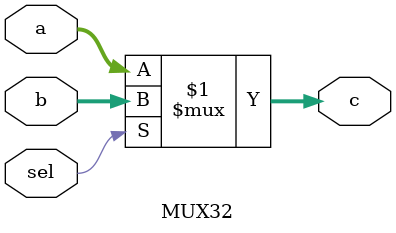
<source format=v>
module MUX32(a, b, sel, c);
input [31:0]a, b;
input sel;
output [31:0]c;
assign c=sel?b:a;
endmodule

</source>
